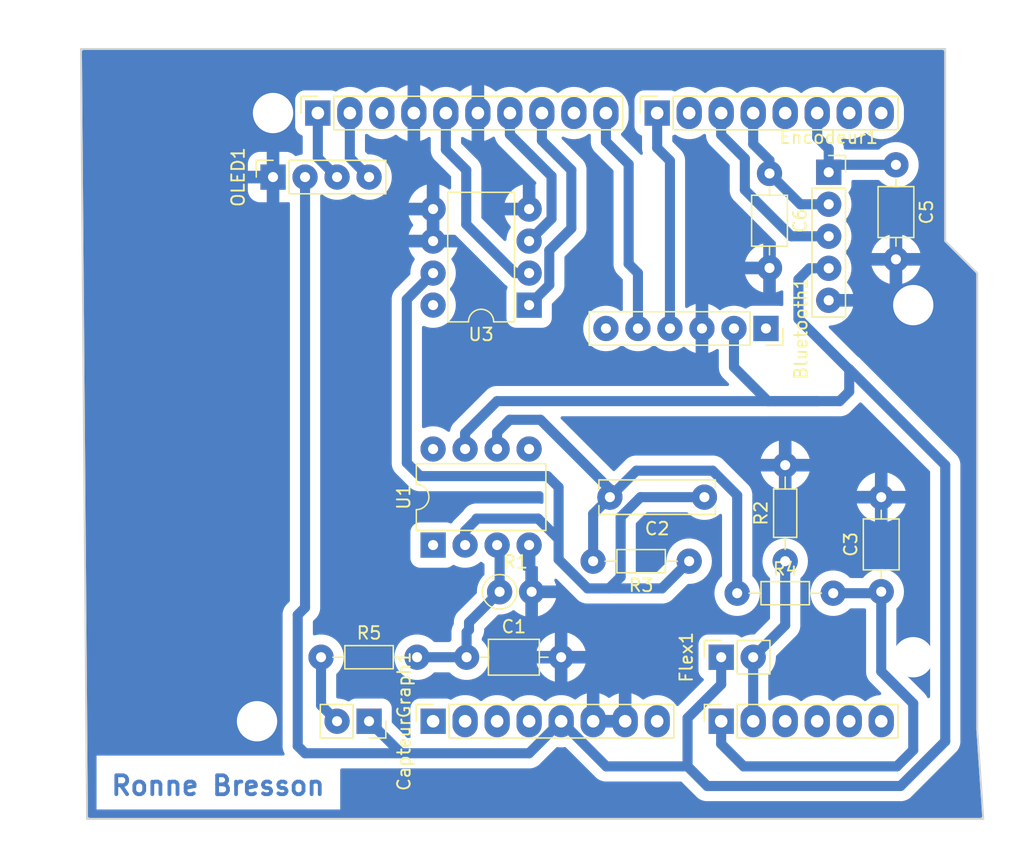
<source format=kicad_pcb>
(kicad_pcb (version 20221018) (generator pcbnew)
  (title_block (date "mar. 31 mars 2015"))
  (layers (0 "F.Cu" signal) (31 "B.Cu" signal) (34 "B.Paste" user) (35 "F.Paste" user) (36 "B.SilkS" user "B.Silkscreen") (37 "F.SilkS" user "F.Silkscreen") (38 "B.Mask" user) (39 "F.Mask" user) (44 "Edge.Cuts" user))
  (net 0 "")
  (net 1 "GND")
  (net 3 "+5V")
  (net 4 "/IOREF")
  (net 5 "Net-(U1-+IN)")
  (net 6 "/A2")
  (net 7 "/A3")
  (net 8 "Net-(U1-OUT)")
  (net 9 "ADC")
  (net 10 "SCL{slash}A5")
  (net 11 "/AREF")
  (net 12 "SDA{slash}A4")
  (net 13 "13")
  (net 14 "*11")
  (net 15 "*10")
  (net 16 "/*9")
  (net 17 "8")
  (net 18 "A1")
  (net 19 "/TX{slash}1")
  (net 20 "/*3")
  (net 21 "/RX{slash}0")
  (net 22 "+3V3")
  (net 23 "VCC")
  (net 24 "/~{RESET}")
  (net 25 "7")
  (net 26 "4")
  (net 27 "2")
  (net 28 "Isens")
  (net 29 "R2")
  (net 30 "SWITCH")
  (net 34 "/SDA")
  (net 35 "/SCL")
  (net 36 "/*6")
  (footprint "Connector_PinSocket_2.54mm:PinSocket_1x08_P2.54mm_Vertical" (layer "F.Cu") (at 127.94 97.46 90)
    (fp_text reference "J1" hide)
    (fp_text value "Power")
    (fp_line (start -1.33 1.27) (end -1.33 19.11) (stroke (width 0.12)) (layer "F.SilkS"))
    (fp_line (start -1.33 1.27) (end 1.33 1.27) (stroke (width 0.12)) (layer "F.SilkS"))
    (fp_line (start -1.33 19.11) (end 1.33 19.11) (stroke (width 0.12)) (layer "F.SilkS"))
    (fp_line (start 0 -1.33) (end 1.33 -1.33) (stroke (width 0.12)) (layer "F.SilkS"))
    (fp_line (start 1.33 -1.33) (end 1.33 0) (stroke (width 0.12)) (layer "F.SilkS"))
    (fp_line (start 1.33 1.27) (end 1.33 19.11) (stroke (width 0.12)) (layer "F.SilkS"))
    (pad "1" thru_hole rect locked (at 0 0 90) (size 2 2) (drill 1) (layers "*.Cu" "*.Mask"))
    (pad "2" thru_hole oval locked (at 0 2.54 90) (size 2.54 2) (drill 1) (layers "*.Cu" "*.Mask") (net 4 "/IOREF"))
    (pad "3" thru_hole oval locked (at 0 5.08 90) (size 2.54 2) (drill 1) (layers "*.Cu" "*.Mask") (net 24 "/~{RESET}"))
    (pad "4" thru_hole oval locked (at 0 7.62 90) (size 2.54 2) (drill 1) (layers "*.Cu" "*.Mask") (net 22 "+3V3"))
    (pad "5" thru_hole oval locked (at 0 10.16 90) (size 2.54 2) (drill 1) (layers "*.Cu" "*.Mask") (net 3 "+5V"))
    (pad "6" thru_hole oval locked (at 0 12.7 90) (size 2.54 2) (drill 1) (layers "*.Cu" "*.Mask") (net 1 "GND"))
    (pad "7" thru_hole oval locked (at 0 15.24 90) (size 2.54 2) (drill 1) (layers "*.Cu" "*.Mask") (net 1 "GND"))
    (pad "8" thru_hole oval locked (at 0 17.78 90) (size 2.54 2) (drill 1) (layers "*.Cu" "*.Mask") (net 23 "VCC"))
  )
  (footprint "Connector_PinSocket_2.54mm:PinSocket_1x06_P2.54mm_Vertical" (layer "F.Cu") (at 150.8 97.46 90)
    (fp_text reference "J3" hide)
    (fp_text value "Analog")
    (fp_line (start -1.33 1.27) (end -1.33 14.03) (stroke (width 0.12)) (layer "F.SilkS"))
    (fp_line (start -1.33 1.27) (end 1.33 1.27) (stroke (width 0.12)) (layer "F.SilkS"))
    (fp_line (start -1.33 14.03) (end 1.33 14.03) (stroke (width 0.12)) (layer "F.SilkS"))
    (fp_line (start 0 -1.33) (end 1.33 -1.33) (stroke (width 0.12)) (layer "F.SilkS"))
    (fp_line (start 1.33 -1.33) (end 1.33 0) (stroke (width 0.12)) (layer "F.SilkS"))
    (fp_line (start 1.33 1.27) (end 1.33 14.03) (stroke (width 0.12)) (layer "F.SilkS"))
    (pad "1" thru_hole rect locked (at 0 0 90) (size 2 2) (drill 1) (layers "*.Cu" "*.Mask") (net 9 "ADC"))
    (pad "2" thru_hole oval locked (at 0 2.54 90) (size 2.54 2) (drill 1) (layers "*.Cu" "*.Mask") (net 18 "A1"))
    (pad "3" thru_hole oval locked (at 0 5.08 90) (size 2.54 2) (drill 1) (layers "*.Cu" "*.Mask") (net 6 "/A2"))
    (pad "4" thru_hole oval locked (at 0 7.62 90) (size 2.54 2) (drill 1) (layers "*.Cu" "*.Mask") (net 7 "/A3"))
    (pad "5" thru_hole oval locked (at 0 10.16 90) (size 2.54 2) (drill 1) (layers "*.Cu" "*.Mask") (net 34 "/SDA"))
    (pad "6" thru_hole oval locked (at 0 12.7 90) (size 2.54 2) (drill 1) (layers "*.Cu" "*.Mask") (net 35 "/SCL"))
  )
  (footprint "Connector_PinSocket_2.54mm:PinSocket_1x10_P2.54mm_Vertical" (layer "F.Cu") (at 118.796 49.2 90)
    (fp_text reference "J2" hide)
    (fp_text value "Digital/PWM")
    (fp_line (start -1.33 1.27) (end -1.33 24.19) (stroke (width 0.12)) (layer "F.SilkS"))
    (fp_line (start -1.33 1.27) (end 1.33 1.27) (stroke (width 0.12)) (layer "F.SilkS"))
    (fp_line (start -1.33 24.19) (end 1.33 24.19) (stroke (width 0.12)) (layer "F.SilkS"))
    (fp_line (start 0 -1.33) (end 1.33 -1.33) (stroke (width 0.12)) (layer "F.SilkS"))
    (fp_line (start 1.33 -1.33) (end 1.33 0) (stroke (width 0.12)) (layer "F.SilkS"))
    (fp_line (start 1.33 1.27) (end 1.33 24.19) (stroke (width 0.12)) (layer "F.SilkS"))
    (pad "1" thru_hole rect locked (at 0 0 90) (size 2 2) (drill 1) (layers "*.Cu" "*.Mask") (net 10 "SCL{slash}A5"))
    (pad "2" thru_hole oval locked (at 0 2.54 90) (size 2.54 2) (drill 1) (layers "*.Cu" "*.Mask") (net 12 "SDA{slash}A4"))
    (pad "3" thru_hole oval locked (at 0 5.08 90) (size 2.54 2) (drill 1) (layers "*.Cu" "*.Mask") (net 11 "/AREF"))
    (pad "4" thru_hole oval locked (at 0 7.62 90) (size 2.54 2) (drill 1) (layers "*.Cu" "*.Mask") (net 1 "GND"))
    (pad "5" thru_hole oval locked (at 0 10.16 90) (size 2.54 2) (drill 1) (layers "*.Cu" "*.Mask") (net 13 "13"))
    (pad "6" thru_hole oval locked (at 0 12.7 90) (size 2.54 2) (drill 1) (layers "*.Cu" "*.Mask") (net 1 "GND"))
    (pad "7" thru_hole oval locked (at 0 15.24 90) (size 2.54 2) (drill 1) (layers "*.Cu" "*.Mask") (net 14 "*11"))
    (pad "8" thru_hole oval locked (at 0 17.78 90) (size 2.54 2) (drill 1) (layers "*.Cu" "*.Mask") (net 15 "*10"))
    (pad "9" thru_hole oval locked (at 0 20.32 90) (size 2.54 2) (drill 1) (layers "*.Cu" "*.Mask") (net 16 "/*9"))
    (pad "10" thru_hole oval locked (at 0 22.86 90) (size 2.54 2) (drill 1) (layers "*.Cu" "*.Mask") (net 17 "8"))
  )
  (footprint "Connector_PinSocket_2.54mm:PinSocket_1x08_P2.54mm_Vertical" (layer "F.Cu") (at 145.72 49.2 90)
    (fp_text reference "J4" hide)
    (fp_text value "Digital/PWM")
    (fp_line (start -1.33 1.27) (end -1.33 19.11) (stroke (width 0.12)) (layer "F.SilkS"))
    (fp_line (start -1.33 1.27) (end 1.33 1.27) (stroke (width 0.12)) (layer "F.SilkS"))
    (fp_line (start -1.33 19.11) (end 1.33 19.11) (stroke (width 0.12)) (layer "F.SilkS"))
    (fp_line (start 0 -1.33) (end 1.33 -1.33) (stroke (width 0.12)) (layer "F.SilkS"))
    (fp_line (start 1.33 -1.33) (end 1.33 0) (stroke (width 0.12)) (layer "F.SilkS"))
    (fp_line (start 1.33 1.27) (end 1.33 19.11) (stroke (width 0.12)) (layer "F.SilkS"))
    (pad "1" thru_hole rect locked (at 0 0 90) (size 2 2) (drill 1) (layers "*.Cu" "*.Mask") (net 25 "7"))
    (pad "2" thru_hole oval locked (at 0 2.54 90) (size 2.54 2) (drill 1) (layers "*.Cu" "*.Mask") (net 36 "/*6"))
    (pad "3" thru_hole oval locked (at 0 5.08 90) (size 2.54 2) (drill 1) (layers "*.Cu" "*.Mask") (net 30 "SWITCH"))
    (pad "4" thru_hole oval locked (at 0 7.62 90) (size 2.54 2) (drill 1) (layers "*.Cu" "*.Mask") (net 26 "4"))
    (pad "5" thru_hole oval locked (at 0 10.16 90) (size 2.54 2) (drill 1) (layers "*.Cu" "*.Mask") (net 20 "/*3"))
    (pad "6" thru_hole oval locked (at 0 12.7 90) (size 2.54 2) (drill 1) (layers "*.Cu" "*.Mask") (net 27 "2"))
    (pad "7" thru_hole oval locked (at 0 15.24 90) (size 2.54 2) (drill 1) (layers "*.Cu" "*.Mask") (net 19 "/TX{slash}1"))
    (pad "8" thru_hole oval locked (at 0 17.78 90) (size 2.54 2) (drill 1) (layers "*.Cu" "*.Mask") (net 21 "/RX{slash}0"))
  )
  (footprint "Resistor_THT:R_Axial_DIN0204_L3.6mm_D1.6mm_P7.62mm_Horizontal" (layer "F.Cu") (at 152.07 87.3)
    (fp_text reference "R4" (at 3.81 -1.92) (layer "F.SilkS"))
    (fp_text value "1k")
    (fp_line (start 0.94 0) (end 1.89 0) (stroke (width 0.12)) (layer "F.SilkS"))
    (fp_line (start 1.89 -0.92) (end 1.89 0.92) (stroke (width 0.12)) (layer "F.SilkS"))
    (fp_line (start 1.89 0.92) (end 5.73 0.92) (stroke (width 0.12)) (layer "F.SilkS"))
    (fp_line (start 5.73 -0.92) (end 1.89 -0.92) (stroke (width 0.12)) (layer "F.SilkS"))
    (fp_line (start 5.73 0.92) (end 5.73 -0.92) (stroke (width 0.12)) (layer "F.SilkS"))
    (fp_line (start 6.68 0) (end 5.73 0) (stroke (width 0.12)) (layer "F.SilkS"))
    (pad "1" thru_hole circle (at 0 0) (size 2 2) (drill 0.8) (layers "*.Cu" "*.Mask") (net 8 "Net-(U1-OUT)"))
    (pad "2" thru_hole oval (at 7.62 0) (size 2 2) (drill 0.8) (layers "*.Cu" "*.Mask") (net 9 "ADC"))
  )
  (footprint "Package_DIP:DIP-8_W7.62mm" (layer "F.Cu") (at 127.94 83.48 90)
    (fp_text reference "U1" (at 3.81 -2.33 90) (layer "F.SilkS"))
    (fp_text value "LTC1050CN8")
    (fp_line (start 1.16 -1.33) (end 1.16 8.95) (stroke (width 0.12)) (layer "F.SilkS"))
    (fp_line (start 1.16 8.95) (end 6.46 8.95) (stroke (width 0.12)) (layer "F.SilkS"))
    (fp_line (start 2.81 -1.33) (end 1.16 -1.33) (stroke (width 0.12)) (layer "F.SilkS"))
    (fp_line (start 6.46 -1.33) (end 4.81 -1.33) (stroke (width 0.12)) (layer "F.SilkS"))
    (fp_line (start 6.46 8.95) (end 6.46 -1.33) (stroke (width 0.12)) (layer "F.SilkS"))
    (fp_arc (start 4.81 -1.33) (mid 3.81 -0.33) (end 2.81 -1.33) (stroke (width 0.12)) (layer "F.SilkS"))
    (pad "1" thru_hole rect (at 0 0 90) (size 2 2) (drill 0.8) (layers "*.Cu" "*.Mask"))
    (pad "2" thru_hole oval (at 0 2.54 90) (size 2 2) (drill 0.8) (layers "*.Cu" "*.Mask") (net 29 "R2"))
    (pad "3" thru_hole oval (at 0 5.08 90) (size 2 2) (drill 0.8) (layers "*.Cu" "*.Mask") (net 5 "Net-(U1-+IN)"))
    (pad "4" thru_hole oval (at 0 7.62 90) (size 2 2) (drill 0.8) (layers "*.Cu" "*.Mask") (net 1 "GND"))
    (pad "5" thru_hole oval (at 7.62 7.62 90) (size 2 2) (drill 0.8) (layers "*.Cu" "*.Mask"))
    (pad "6" thru_hole oval (at 7.62 5.08 90) (size 2 2) (drill 0.8) (layers "*.Cu" "*.Mask") (net 8 "Net-(U1-OUT)"))
    (pad "7" thru_hole oval (at 7.62 2.54 90) (size 2 2) (drill 0.8) (layers "*.Cu" "*.Mask") (net 3 "+5V"))
    (pad "8" thru_hole oval (at 7.62 0 90) (size 2 2) (drill 0.8) (layers "*.Cu" "*.Mask"))
  )
  (footprint "Resistor_THT:R_Axial_DIN0204_L3.6mm_D1.6mm_P7.62mm_Horizontal" (layer "F.Cu") (at 119.05 92.38)
    (fp_text reference "R5" (at 3.81 -1.92) (layer "F.SilkS"))
    (fp_text value "10k")
    (fp_line (start 0.94 0) (end 1.89 0) (stroke (width 0.12)) (layer "F.SilkS"))
    (fp_line (start 1.89 -0.92) (end 1.89 0.92) (stroke (width 0.12)) (layer "F.SilkS"))
    (fp_line (start 1.89 0.92) (end 5.73 0.92) (stroke (width 0.12)) (layer "F.SilkS"))
    (fp_line (start 5.73 -0.92) (end 1.89 -0.92) (stroke (width 0.12)) (layer "F.SilkS"))
    (fp_line (start 5.73 0.92) (end 5.73 -0.92) (stroke (width 0.12)) (layer "F.SilkS"))
    (fp_line (start 6.68 0) (end 5.73 0) (stroke (width 0.12)) (layer "F.SilkS"))
    (pad "1" thru_hole circle (at 0 0) (size 2 2) (drill 0.8) (layers "*.Cu" "*.Mask") (net 28 "Isens"))
    (pad "2" thru_hole oval (at 7.62 0) (size 2 2) (drill 0.8) (layers "*.Cu" "*.Mask") (net 5 "Net-(U1-+IN)"))
  )
  (footprint "Resistor_THT:R_Axial_DIN0204_L3.6mm_D1.6mm_P7.62mm_Horizontal" (layer "F.Cu") (at 148.26 84.76 180)
    (fp_text reference "R3" (at 3.81 -1.92 180) (layer "F.SilkS"))
    (fp_text value "100k")
    (fp_line (start 0.94 0) (end 1.89 0) (stroke (width 0.12)) (layer "F.SilkS"))
    (fp_line (start 1.89 -0.92) (end 1.89 0.92) (stroke (width 0.12)) (layer "F.SilkS"))
    (fp_line (start 1.89 0.92) (end 5.73 0.92) (stroke (width 0.12)) (layer "F.SilkS"))
    (fp_line (start 5.73 -0.92) (end 1.89 -0.92) (stroke (width 0.12)) (layer "F.SilkS"))
    (fp_line (start 5.73 0.92) (end 5.73 -0.92) (stroke (width 0.12)) (layer "F.SilkS"))
    (fp_line (start 6.68 0) (end 5.73 0) (stroke (width 0.12)) (layer "F.SilkS"))
    (pad "1" thru_hole circle (at 0 0 180) (size 2 2) (drill 0.8) (layers "*.Cu" "*.Mask") (net 29 "R2"))
    (pad "2" thru_hole oval (at 7.62 0 180) (size 2 2) (drill 0.8) (layers "*.Cu" "*.Mask") (net 8 "Net-(U1-OUT)"))
  )
  (footprint "Connector_PinSocket_2.54mm:PinSocket_1x02_P2.54mm_Vertical" (layer "F.Cu") (at 122.86 97.46 -90)
    (fp_text reference "CapteurGraph1" (at 0 -2.77 -270) (layer "F.SilkS"))
    (fp_text value "~")
    (fp_line (start -1.33 1.27) (end -1.33 3.87) (stroke (width 0.12)) (layer "F.SilkS"))
    (fp_line (start -1.33 1.27) (end 1.33 1.27) (stroke (width 0.12)) (layer "F.SilkS"))
    (fp_line (start -1.33 3.87) (end 1.33 3.87) (stroke (width 0.12)) (layer "F.SilkS"))
    (fp_line (start 0 -1.33) (end 1.33 -1.33) (stroke (width 0.12)) (layer "F.SilkS"))
    (fp_line (start 1.33 -1.33) (end 1.33 0) (stroke (width 0.12)) (layer "F.SilkS"))
    (fp_line (start 1.33 1.27) (end 1.33 3.87) (stroke (width 0.12)) (layer "F.SilkS"))
    (pad "1" thru_hole rect (at 0 0 270) (size 2 2) (drill 0.8) (layers "*.Cu" "*.Mask") (net 3 "+5V"))
    (pad "2" thru_hole oval (at 0 2.54 270) (size 2 2) (drill 0.8) (layers "*.Cu" "*.Mask") (net 28 "Isens"))
  )
  (footprint "Resistor_THT:R_Axial_DIN0204_L3.6mm_D1.6mm_P7.62mm_Horizontal" (layer "F.Cu") (at 155.88 84.76 90)
    (fp_text reference "R2" (at 3.81 -1.92 90) (layer "F.SilkS"))
    (fp_text value "25k")
    (fp_line (start 0.94 0) (end 1.89 0) (stroke (width 0.12)) (layer "F.SilkS"))
    (fp_line (start 1.89 -0.92) (end 1.89 0.92) (stroke (width 0.12)) (layer "F.SilkS"))
    (fp_line (start 1.89 0.92) (end 5.73 0.92) (stroke (width 0.12)) (layer "F.SilkS"))
    (fp_line (start 5.73 -0.92) (end 1.89 -0.92) (stroke (width 0.12)) (layer "F.SilkS"))
    (fp_line (start 5.73 0.92) (end 5.73 -0.92) (stroke (width 0.12)) (layer "F.SilkS"))
    (fp_line (start 6.68 0) (end 5.73 0) (stroke (width 0.12)) (layer "F.SilkS"))
    (pad "1" thru_hole circle (at 0 0 90) (size 2 2) (drill 0.8) (layers "*.Cu" "*.Mask") (net 18 "A1"))
    (pad "2" thru_hole oval (at 7.62 0 90) (size 2 2) (drill 0.8) (layers "*.Cu" "*.Mask") (net 1 "GND"))
  )
  (footprint "Connector_PinSocket_2.54mm:PinSocket_1x04_P2.54mm_Vertical" (layer "F.Cu") (at 115.24 54.28 90)
    (fp_text reference "OLED1" (at 0 -2.77 90) (layer "F.SilkS"))
    (fp_text value "~")
    (fp_line (start -1.33 1.27) (end -1.33 8.95) (stroke (width 0.12)) (layer "F.SilkS"))
    (fp_line (start -1.33 1.27) (end 1.33 1.27) (stroke (width 0.12)) (layer "F.SilkS"))
    (fp_line (start -1.33 8.95) (end 1.33 8.95) (stroke (width 0.12)) (layer "F.SilkS"))
    (fp_line (start 0 -1.33) (end 1.33 -1.33) (stroke (width 0.12)) (layer "F.SilkS"))
    (fp_line (start 1.33 -1.33) (end 1.33 0) (stroke (width 0.12)) (layer "F.SilkS"))
    (fp_line (start 1.33 1.27) (end 1.33 8.95) (stroke (width 0.12)) (layer "F.SilkS"))
    (pad "1" thru_hole rect (at 0 0 90) (size 2 2) (drill 0.8) (layers "*.Cu" "*.Mask") (net 1 "GND"))
    (pad "2" thru_hole oval (at 0 2.54 90) (size 2 2) (drill 0.8) (layers "*.Cu" "*.Mask") (net 3 "+5V"))
    (pad "3" thru_hole oval (at 0 5.08 90) (size 2 2) (drill 0.8) (layers "*.Cu" "*.Mask") (net 10 "SCL{slash}A5"))
    (pad "4" thru_hole oval (at 0 7.62 90) (size 2 2) (drill 0.8) (layers "*.Cu" "*.Mask") (net 12 "SDA{slash}A4"))
  )
  (footprint "Resistor_THT:R_Axial_DIN0207_L6.3mm_D2.5mm_P2.54mm_Vertical" (layer "F.Cu") (at 133.22 87.19)
    (fp_text reference "R1" (at 1.27 -2.37) (layer "F.SilkS"))
    (fp_text value "100k")
    (fp_line (start 1.37 0) (end 1.44 0) (stroke (width 0.12)) (layer "F.SilkS"))
    (fp_circle (center 0 0) (end 1.37 0) (stroke (width 0.12)) (fill none) (layer "F.SilkS"))
    (pad "1" thru_hole circle (at 0 0) (size 2 2) (drill 0.8) (layers "*.Cu" "*.Mask") (net 5 "Net-(U1-+IN)"))
    (pad "2" thru_hole oval (at 2.54 0) (size 2 2) (drill 0.8) (layers "*.Cu" "*.Mask") (net 1 "GND"))
  )
  (footprint "Arduino_MountingHole:MountingHole_3.2mm" (layer "F.Cu") (at 115.24 49.2)
    (fp_text reference "MH1" hide)
    (fp_text value "MountingHole_3.2mm" hide)
    (pad "" np_thru_hole circle locked (at 0 0) (size 3.2 3.2) (drill 3.2) (layers "*.Cu" "*.Mask"))
  )
  (footprint "Connector_PinSocket_2.54mm:PinSocket_1x06_P2.54mm_Vertical" (layer "F.Cu") (at 154.356 66.2942 -90)
    (fp_text reference "Bluetooth1" (at 0 -2.77 90) (layer "F.SilkS"))
    (fp_text value "~")
    (fp_line (start -1.33 1.27) (end -1.33 14.03) (stroke (width 0.12)) (layer "F.SilkS"))
    (fp_line (start -1.33 1.27) (end 1.33 1.27) (stroke (width 0.12)) (layer "F.SilkS"))
    (fp_line (start -1.33 14.03) (end 1.33 14.03) (stroke (width 0.12)) (layer "F.SilkS"))
    (fp_line (start 0 -1.33) (end 1.33 -1.33) (stroke (width 0.12)) (layer "F.SilkS"))
    (fp_line (start 1.33 -1.33) (end 1.33 0) (stroke (width 0.12)) (layer "F.SilkS"))
    (fp_line (start 1.33 1.27) (end 1.33 14.03) (stroke (width 0.12)) (layer "F.SilkS"))
    (pad "1" thru_hole rect (at 0 0 270) (size 2 2) (drill 0.8) (layers "*.Cu" "*.Mask"))
    (pad "2" thru_hole oval (at 0 2.54 270) (size 2 2) (drill 0.8) (layers "*.Cu" "*.Mask") (net 3 "+5V"))
    (pad "3" thru_hole oval (at 0 5.08 270) (size 2 2) (drill 0.8) (layers "*.Cu" "*.Mask") (net 1 "GND"))
    (pad "4" thru_hole oval (at 0 7.62 270) (size 2 2) (drill 0.8) (layers "*.Cu" "*.Mask") (net 25 "7"))
    (pad "5" thru_hole oval (at 0 10.16 270) (size 2 2) (drill 0.8) (layers "*.Cu" "*.Mask") (net 17 "8"))
    (pad "6" thru_hole oval (at 0 12.7 270) (size 2 2) (drill 0.8) (layers "*.Cu" "*.Mask"))
  )
  (footprint "Capacitor_THT:C_Axial_L3.8mm_D2.6mm_P7.50mm_Horizontal" (layer "F.Cu") (at 164.6684 53.3078 -90)
    (fp_text reference "C5" (at 3.75 -2.42 90) (layer "F.SilkS"))
    (fp_text value "100n")
    (fp_line (start 1.04 0) (end 1.73 0) (stroke (width 0.12)) (layer "F.SilkS"))
    (fp_line (start 1.73 -1.42) (end 1.73 1.42) (stroke (width 0.12)) (layer "F.SilkS"))
    (fp_line (start 1.73 1.42) (end 5.77 1.42) (stroke (width 0.12)) (layer "F.SilkS"))
    (fp_line (start 5.77 -1.42) (end 1.73 -1.42) (stroke (width 0.12)) (layer "F.SilkS"))
    (fp_line (start 5.77 1.42) (end 5.77 -1.42) (stroke (width 0.12)) (layer "F.SilkS"))
    (fp_line (start 6.46 0) (end 5.77 0) (stroke (width 0.12)) (layer "F.SilkS"))
    (pad "1" thru_hole circle (at 0 0 270) (size 2 2) (drill 0.8) (layers "*.Cu" "*.Mask") (net 27 "2"))
    (pad "2" thru_hole oval (at 7.5 0 270) (size 2 2) (drill 0.8) (layers "*.Cu" "*.Mask") (net 1 "GND"))
  )
  (footprint "Capacitor_THT:C_Rect_L9.0mm_W2.5mm_P7.50mm_MKT" (layer "F.Cu") (at 149.47 79.68 180)
    (fp_text reference "C2" (at 3.75 -2.5) (layer "F.SilkS"))
    (fp_text value "1u")
    (fp_line (start -0.87 -1.37) (end -0.87 -0.665) (stroke (width 0.12)) (layer "F.SilkS"))
    (fp_line (start -0.87 -1.37) (end 8.37 -1.37) (stroke (width 0.12)) (layer "F.SilkS"))
    (fp_line (start -0.87 0.665) (end -0.87 1.37) (stroke (width 0.12)) (layer "F.SilkS"))
    (fp_line (start -0.87 1.37) (end 8.37 1.37) (stroke (width 0.12)) (layer "F.SilkS"))
    (fp_line (start 8.37 -1.37) (end 8.37 -0.665) (stroke (width 0.12)) (layer "F.SilkS"))
    (fp_line (start 8.37 0.665) (end 8.37 1.37) (stroke (width 0.12)) (layer "F.SilkS"))
    (pad "1" thru_hole circle (at 0 0 180) (size 2 2) (drill 0.8) (layers "*.Cu" "*.Mask") (net 29 "R2"))
    (pad "2" thru_hole circle (at 7.5 0 180) (size 2 2) (drill 0.8) (layers "*.Cu" "*.Mask") (net 8 "Net-(U1-OUT)"))
  )
  (footprint "Package_DIP:DIP-8_W7.62mm" (layer "F.Cu") (at 135.56 64.44 180)
    (fp_text reference "U3" (at 3.81 -2.33) (layer "F.SilkS"))
    (fp_text value "MCP41050")
    (fp_line (start 1.16 -1.33) (end 1.16 8.95) (stroke (width 0.12)) (layer "F.SilkS"))
    (fp_line (start 1.16 8.95) (end 6.46 8.95) (stroke (width 0.12)) (layer "F.SilkS"))
    (fp_line (start 2.81 -1.33) (end 1.16 -1.33) (stroke (width 0.12)) (layer "F.SilkS"))
    (fp_line (start 6.46 -1.33) (end 4.81 -1.33) (stroke (width 0.12)) (layer "F.SilkS"))
    (fp_line (start 6.46 8.95) (end 6.46 -1.33) (stroke (width 0.12)) (layer "F.SilkS"))
    (fp_arc (start 4.81 -1.33) (mid 3.81 -0.33) (end 2.81 -1.33) (stroke (width 0.12)) (layer "F.SilkS"))
    (pad "1" thru_hole rect (at 0 0 180) (size 2 2) (drill 0.8) (layers "*.Cu" "*.Mask") (net 15 "*10"))
    (pad "2" thru_hole oval (at 0 2.54 180) (size 2 2) (drill 0.8) (layers "*.Cu" "*.Mask") (net 13 "13"))
    (pad "3" thru_hole oval (at 0 5.08 180) (size 2 2) (drill 0.8) (layers "*.Cu" "*.Mask") (net 14 "*11"))
    (pad "4" thru_hole oval (at 0 7.62 180) (size 2 2) (drill 0.8) (layers "*.Cu" "*.Mask") (net 1 "GND"))
    (pad "5" thru_hole oval (at 7.62 7.62 180) (size 2 2) (drill 0.8) (layers "*.Cu" "*.Mask") (net 1 "GND"))
    (pad "6" thru_hole oval (at 7.62 5.08 180) (size 2 2) (drill 0.8) (layers "*.Cu" "*.Mask") (net 1 "GND"))
    (pad "7" thru_hole oval (at 7.62 2.54 180) (size 2 2) (drill 0.8) (layers "*.Cu" "*.Mask") (net 29 "R2"))
    (pad "8" thru_hole oval (at 7.62 0 180) (size 2 2) (drill 0.8) (layers "*.Cu" "*.Mask"))
  )
  (footprint "Capacitor_THT:C_Axial_L3.8mm_D2.6mm_P7.50mm_Horizontal" (layer "F.Cu") (at 154.6354 53.9936 -90)
    (fp_text reference "C6" (at 3.75 -2.42 90) (layer "F.SilkS"))
    (fp_text value "100n")
    (fp_line (start 1.04 0) (end 1.73 0) (stroke (width 0.12)) (layer "F.SilkS"))
    (fp_line (start 1.73 -1.42) (end 1.73 1.42) (stroke (width 0.12)) (layer "F.SilkS"))
    (fp_line (start 1.73 1.42) (end 5.77 1.42) (stroke (width 0.12)) (layer "F.SilkS"))
    (fp_line (start 5.77 -1.42) (end 1.73 -1.42) (stroke (width 0.12)) (layer "F.SilkS"))
    (fp_line (start 5.77 1.42) (end 5.77 -1.42) (stroke (width 0.12)) (layer "F.SilkS"))
    (fp_line (start 6.46 0) (end 5.77 0) (stroke (width 0.12)) (layer "F.SilkS"))
    (pad "1" thru_hole circle (at 0 0 270) (size 2 2) (drill 0.8) (layers "*.Cu" "*.Mask") (net 26 "4"))
    (pad "2" thru_hole oval (at 7.5 0 270) (size 2 2) (drill 0.8) (layers "*.Cu" "*.Mask") (net 1 "GND"))
  )
  (footprint "Connector_PinSocket_2.54mm:PinSocket_1x02_P2.54mm_Vertical" (layer "F.Cu") (at 150.8 92.38 90)
    (fp_text reference "Flex1" (at 0 -2.77 90) (layer "F.SilkS"))
    (fp_text value "~")
    (fp_line (start -1.33 1.27) (end -1.33 3.87) (stroke (width 0.12)) (layer "F.SilkS"))
    (fp_line (start -1.33 1.27) (end 1.33 1.27) (stroke (width 0.12)) (layer "F.SilkS"))
    (fp_line (start -1.33 3.87) (end 1.33 3.87) (stroke (width 0.12)) (layer "F.SilkS"))
    (fp_line (start 0 -1.33) (end 1.33 -1.33) (stroke (width 0.12)) (layer "F.SilkS"))
    (fp_line (start 1.33 -1.33) (end 1.33 0) (stroke (width 0.12)) (layer "F.SilkS"))
    (fp_line (start 1.33 1.27) (end 1.33 3.87) (stroke (width 0.12)) (layer "F.SilkS"))
    (pad "1" thru_hole rect (at 0 0 90) (size 2 2) (drill 0.8) (layers "*.Cu" "*.Mask") (net 3 "+5V"))
    (pad "2" thru_hole oval (at 0 2.54 90) (size 2 2) (drill 0.8) (layers "*.Cu" "*.Mask") (net 18 "A1"))
  )
  (footprint "Connector_PinSocket_2.54mm:PinSocket_1x05_P2.54mm_Vertical" (layer "F.Cu") (at 159.3344 53.899)
    (fp_text reference "Encodeur1" (at 0 -2.77) (layer "F.SilkS"))
    (fp_text value "~")
    (fp_line (start -1.33 1.27) (end -1.33 11.49) (stroke (width 0.12)) (layer "F.SilkS"))
    (fp_line (start -1.33 1.27) (end 1.33 1.27) (stroke (width 0.12)) (layer "F.SilkS"))
    (fp_line (start -1.33 11.49) (end 1.33 11.49) (stroke (width 0.12)) (layer "F.SilkS"))
    (fp_line (start 0 -1.33) (end 1.33 -1.33) (stroke (width 0.12)) (layer "F.SilkS"))
    (fp_line (start 1.33 -1.33) (end 1.33 0) (stroke (width 0.12)) (layer "F.SilkS"))
    (fp_line (start 1.33 1.27) (end 1.33 11.49) (stroke (width 0.12)) (layer "F.SilkS"))
    (pad "1" thru_hole rect (at 0 0) (size 2 2) (drill 0.8) (layers "*.Cu" "*.Mask") (net 27 "2"))
    (pad "2" thru_hole oval (at 0 2.54) (size 2 2) (drill 0.8) (layers "*.Cu" "*.Mask") (net 26 "4"))
    (pad "3" thru_hole oval (at 0 5.08) (size 2 2) (drill 0.8) (layers "*.Cu" "*.Mask") (net 30 "SWITCH"))
    (pad "4" thru_hole oval (at 0 7.62) (size 2 2) (drill 0.8) (layers "*.Cu" "*.Mask") (net 3 "+5V"))
    (pad "5" thru_hole oval (at 0 10.16) (size 2 2) (drill 0.8) (layers "*.Cu" "*.Mask") (net 1 "GND"))
  )
  (footprint "Capacitor_THT:C_Axial_L3.8mm_D2.6mm_P7.50mm_Horizontal" (layer "F.Cu") (at 163.5 87.18 90)
    (fp_text reference "C3" (at 3.75 -2.42 90) (layer "F.SilkS"))
    (fp_text value "100n")
    (fp_line (start 1.04 0) (end 1.73 0) (stroke (width 0.12)) (layer "F.SilkS"))
    (fp_line (start 1.73 -1.42) (end 1.73 1.42) (stroke (width 0.12)) (layer "F.SilkS"))
    (fp_line (start 1.73 1.42) (end 5.77 1.42) (stroke (width 0.12)) (layer "F.SilkS"))
    (fp_line (start 5.77 -1.42) (end 1.73 -1.42) (stroke (width 0.12)) (layer "F.SilkS"))
    (fp_line (start 5.77 1.42) (end 5.77 -1.42) (stroke (width 0.12)) (layer "F.SilkS"))
    (fp_line (start 6.46 0) (end 5.77 0) (stroke (width 0.12)) (layer "F.SilkS"))
    (pad "1" thru_hole circle (at 0 0 90) (size 2 2) (drill 0.8) (layers "*.Cu" "*.Mask") (net 9 "ADC"))
    (pad "2" thru_hole oval (at 7.5 0 90) (size 2 2) (drill 0.8) (layers "*.Cu" "*.Mask") (net 1 "GND"))
  )
  (footprint "Capacitor_THT:C_Axial_L3.8mm_D2.6mm_P7.50mm_Horizontal" (layer "F.Cu") (at 130.6 92.38)
    (fp_text reference "C1" (at 3.75 -2.42) (layer "F.SilkS"))
    (fp_text value "100n")
    (fp_line (start 1.04 0) (end 1.73 0) (stroke (width 0.12)) (layer "F.SilkS"))
    (fp_line (start 1.73 -1.42) (end 1.73 1.42) (stroke (width 0.12)) (layer "F.SilkS"))
    (fp_line (start 1.73 1.42) (end 5.77 1.42) (stroke (width 0.12)) (layer "F.SilkS"))
    (fp_line (start 5.77 -1.42) (end 1.73 -1.42) (stroke (width 0.12)) (layer "F.SilkS"))
    (fp_line (start 5.77 1.42) (end 5.77 -1.42) (stroke (width 0.12)) (layer "F.SilkS"))
    (fp_line (start 6.46 0) (end 5.77 0) (stroke (width 0.12)) (layer "F.SilkS"))
    (pad "1" thru_hole circle (at 0 0) (size 2 2) (drill 0.8) (layers "*.Cu" "*.Mask") (net 5 "Net-(U1-+IN)"))
    (pad "2" thru_hole oval (at 7.5 0) (size 2 2) (drill 0.8) (layers "*.Cu" "*.Mask") (net 1 "GND"))
  )
  (footprint "Arduino_MountingHole:MountingHole_3.2mm" (layer "F.Cu") (at 113.97 97.46)
    (fp_text reference "MH2" hide)
    (fp_text value "MountingHole_3.2mm" hide)
    (pad "" np_thru_hole circle locked (at 0 0) (size 3.2 3.2) (drill 3.2) (layers "*.Cu" "*.Mask"))
  )
  (footprint "Arduino_MountingHole:MountingHole_3.2mm" (layer "F.Cu") (at 166.04 64.44)
    (fp_text reference "MH3" hide)
    (fp_text value "MountingHole_3.2mm" hide)
    (pad "" np_thru_hole circle locked (at 0 0) (size 3.2 3.2) (drill 3.2) (layers "*.Cu" "*.Mask"))
  )
  (footprint "Arduino_MountingHole:MountingHole_3.2mm" (layer "F.Cu") (at 166.04 92.38)
    (fp_text reference "MH4" hide)
    (fp_text value "MountingHole_3.2mm" hide)
    (pad "" np_thru_hole circle locked (at 0 0) (size 3.2 3.2) (drill 3.2) (layers "*.Cu" "*.Mask"))
  )
  (gr_line (start 168.58 59.36) (end 171.12 61.9) (stroke (width 0.15)) (layer "Edge.Cuts"))
  (gr_line (start 100.48 105.21) (end 100 44.12) (stroke (width 0.15)) (layer "Edge.Cuts"))
  (gr_line (start 171.12 61.9) (end 171.12 98.095) (stroke (width 0.15)) (layer "Edge.Cuts"))
  (gr_line (start 171.6 105.21) (end 100.48 105.21) (stroke (width 0.15)) (layer "Edge.Cuts"))
  (gr_line (start 100 44.12) (end 168.58 44.12) (stroke (width 0.15)) (layer "Edge.Cuts"))
  (gr_line (start 168.58 44.12) (end 168.58 49.2) (stroke (width 0.15)) (layer "Edge.Cuts"))
  (gr_line (start 168.58 49.2) (end 168.58 59.36) (stroke (width 0.15)) (layer "Edge.Cuts"))
  (gr_line (start 171.12 98.095) (end 171.6 105.21) (stroke (width 0.15)) (layer "Edge.Cuts"))
  (gr_text "Ronne Bresson" (at 102.25 103.45) (layer "B.Cu") (effects (font (size 1.5 1.5) (thickness 0.3) bold) (justify left bottom)))
  (segment (start 165.032014 102.6) (end 168.58 99.052014) (width 0.8) (layer "B.Cu") (net 3))
  (segment (start 158.42 72.06) (end 160.2 72.06) (width 0.8) (layer "B.Cu") (net 3))
  (segment (start 125.4 100) (end 135.56 100) (width 0.8) (layer "B.Cu") (net 3))
  (segment (start 138.1 97.46) (end 135.56 100) (width 0.8) (layer "B.Cu") (net 3))
  (segment (start 148.133 101.0414) (end 149.6916 102.6) (width 0.8) (layer "B.Cu") (net 3))
  (segment (start 168.58 99.052014) (end 168.58 77.14) (width 0.8) (layer "B.Cu") (net 3))
  (segment (start 159.3344 61.519) (end 157.811 61.519) (width 0.8) (layer "B.Cu") (net 3))
  (segment (start 150.8 92.38) (end 150.8 94.539) (width 0.8) (layer "B.Cu") (net 3))
  (segment (start 148.133 97.206) (end 148.133 101.0414) (width 0.8) (layer "B.Cu") (net 3))
  (segment (start 138.1 97.46) (end 141.6814 101.0414) (width 0.8) (layer "B.Cu") (net 3))
  (segment (start 168.58 77.14) (end 160.96 69.52) (width 0.8) (layer "B.Cu") (net 3))
  (segment (start 149.6916 102.6) (end 165.032014 102.6) (width 0.8) (layer "B.Cu") (net 3))
  (segment (start 150.8 94.539) (end 148.133 97.206) (width 0.8) (layer "B.Cu") (net 3))
  (segment (start 151.816 69.3676) (end 154.5084 72.06) (width 0.8) (layer "B.Cu") (net 3))
  (segment (start 117.78 100) (end 125.4 100) (width 0.8) (layer "B.Cu") (net 3))
  (segment (start 160.2 72.06) (end 160.96 71.3) (width 0.8) (layer "B.Cu") (net 3))
  (segment (start 117.2 99.42) (end 117.78 100) (width 0.8) (layer "B.Cu") (net 3))
  (segment (start 156.93 62.4) (end 156.93 65.53) (width 0.8) (layer "B.Cu") (net 3))
  (segment (start 155.0926 72.06) (end 158.42 72.06) (width 0.8) (layer "B.Cu") (net 3))
  (segment (start 141.6814 101.0414) (end 148.133 101.0414) (width 0.8) (layer "B.Cu") (net 3))
  (segment (start 117.78 88.44) (end 117.2 89.02) (width 0.8) (layer "B.Cu") (net 3))
  (segment (start 117.2 89.02) (end 117.2 99.42) (width 0.8) (layer "B.Cu") (net 3))
  (segment (start 151.816 66.2942) (end 151.816 69.3676) (width 0.8) (layer "B.Cu") (net 3))
  (segment (start 156.93 65.53) (end 160.92 69.52) (width 0.8) (layer "B.Cu") (net 3))
  (segment (start 133.02 72.06) (end 155.0926 72.06) (width 0.8) (layer "B.Cu") (net 3))
  (segment (start 160.96 71.3) (end 160.96 69.52) (width 0.8) (layer "B.Cu") (net 3))
  (segment (start 160.92 69.52) (end 160.96 69.52) (width 0.8) (layer "B.Cu") (net 3))
  (segment (start 154.5084 72.06) (end 158.42 72.06) (width 0.8) (layer "B.Cu") (net 3))
  (segment (start 117.78 54.28) (end 117.78 88.44) (width 0.8) (layer "B.Cu") (net 3))
  (segment (start 130.48 74.6) (end 133.02 72.06) (width 0.8) (layer "B.Cu") (net 3))
  (segment (start 122.86 97.46) (end 125.4 100) (width 0.8) (layer "B.Cu") (net 3))
  (segment (start 130.48 75.86) (end 130.48 74.6) (width 0.8) (layer "B.Cu") (net 3))
  (segment (start 157.811 61.519) (end 156.93 62.4) (width 0.8) (layer "B.Cu") (net 3))
  (segment (start 133.22 83.68) (end 133.02 83.48) (width 0.8) (layer "B.Cu") (net 5))
  (segment (start 133.22 87.19) (end 133.22 83.68) (width 0.8) (layer "B.Cu") (net 5))
  (segment (start 126.67 92.38) (end 130.6 92.38) (width 0.8) (layer "B.Cu") (net 5))
  (segment (start 130.79 90.21) (end 130.6 90.4) (width 0.8) (layer "B.Cu") (net 5))
  (segment (start 133.22 87.19) (end 130.79 89.62) (width 0.8) (layer "B.Cu") (net 5))
  (segment (start 130.6 90.4) (end 130.6 92.38) (width 0.8) (layer "B.Cu") (net 5))
  (segment (start 130.79 89.62) (end 130.79 90.21) (width 0.8) (layer "B.Cu") (net 5))
  (segment (start 134.01 73.54) (end 136.46 73.54) (width 0.8) (layer "B.Cu") (net 8))
  (segment (start 152.07 79.53) (end 150.12 77.58) (width 0.8) (layer "B.Cu") (net 8))
  (segment (start 133.02 75.86) (end 133.02 74.53) (width 0.8) (layer "B.Cu") (net 8))
  (segment (start 152.07 87.3) (end 152.07 79.53) (width 0.8) (layer "B.Cu") (net 8))
  (segment (start 140.64 81.01) (end 141.97 79.68) (width 0.8) (layer "B.Cu") (net 8))
  (segment (start 133.02 74.53) (end 134.01 73.54) (width 0.8) (layer "B.Cu") (net 8))
  (segment (start 150.12 77.58) (end 144.07 77.58) (width 0.8) (layer "B.Cu") (net 8))
  (segment (start 141.97 79.05) (end 141.97 79.68) (width 0.8) (layer "B.Cu") (net 8))
  (segment (start 140.64 84.76) (end 140.64 81.01) (width 0.8) (layer "B.Cu") (net 8))
  (segment (start 136.46 73.54) (end 141.97 79.05) (width 0.8) (layer "B.Cu") (net 8))
  (segment (start 144.07 77.58) (end 141.97 79.68) (width 0.8) (layer "B.Cu") (net 8))
  (segment (start 166.04 99.746) (end 164.746 101.04) (width 0.8) (layer "B.Cu") (net 9))
  (segment (start 163.5 93.51137) (end 166.04 96.05137) (width 0.8) (layer "B.Cu") (net 9))
  (segment (start 166.04 96.05137) (end 166.04 99.746) (width 0.8) (layer "B.Cu") (net 9))
  (segment (start 152.58 101.04) (end 150.8 99.26) (width 0.8) (layer "B.Cu") (net 9))
  (segment (start 163.5 87.18) (end 163.5 93.51137) (width 0.8) (layer "B.Cu") (net 9))
  (segment (start 164.746 101.04) (end 152.58 101.04) (width 0.8) (layer "B.Cu") (net 9))
  (segment (start 150.8 99.26) (end 150.8 97.46) (width 0.8) (layer "B.Cu") (net 9))
  (segment (start 163.38 87.3) (end 163.5 87.18) (width 0.8) (layer "B.Cu") (net 9))
  (segment (start 159.69 87.3) (end 163.38 87.3) (width 0.8) (layer "B.Cu") (net 9))
  (segment (start 118.796 49.2) (end 118.796 52.756) (width 0.8) (layer "B.Cu") (net 10))
  (segment (start 118.796 52.756) (end 120.32 54.28) (width 0.8) (layer "B.Cu") (net 10))
  (segment (start 121.336 52.756) (end 122.86 54.28) (width 0.8) (layer "B.Cu") (net 12))
  (segment (start 121.336 49.2) (end 121.336 52.756) (width 0.8) (layer "B.Cu") (net 12))
  (segment (start 128.956 52.106) (end 128.956 49.2) (width 0.8) (layer "B.Cu") (net 13))
  (segment (start 130.57 53.72) (end 128.956 52.106) (width 0.8) (layer "B.Cu") (net 13))
  (segment (start 134.44 61.9) (end 130.57 58.03) (width 0.8) (layer "B.Cu") (net 13))
  (segment (start 135.56 61.9) (end 134.44 61.9) (width 0.8) (layer "B.Cu") (net 13))
  (segment (start 130.57 58.03) (end 130.57 53.72) (width 0.8) (layer "B.Cu") (net 13))
  (segment (start 137.34 57.58) (end 137.34 54.2058) (width 0.8) (layer "B.Cu") (net 14))
  (segment (start 135.56 59.36) (end 137.34 57.58) (width 0.8) (layer "B.Cu") (net 14))
  (segment (start 134.036 50.9018) (end 134.036 49.2) (width 0.8) (layer "B.Cu") (net 14))
  (segment (start 137.34 54.2058) (end 134.036 50.9018) (width 0.8) (layer "B.Cu") (net 14))
  (segment (start 137.1602 60.0966) (end 137.1602 62.8398) (width 0.8) (layer "B.Cu") (net 15))
  (segment (start 137.1602 62.8398) (end 135.56 64.44) (width 0.8) (layer "B.Cu") (net 15))
  (segment (start 136.576 51.3844) (end 138.91 53.7184) (width 0.8) (layer "B.Cu") (net 15))
  (segment (start 136.576 49.2) (end 136.576 51.3844) (width 0.8) (layer "B.Cu") (net 15))
  (segment (start 138.91 58.3468) (end 137.1602 60.0966) (width 0.8) (layer "B.Cu") (net 15))
  (segment (start 138.91 53.7184) (end 138.91 58.3468) (width 0.8) (layer "B.Cu") (net 15))
  (segment (start 141.656 49.2) (end 141.656 51.4606) (width 0.8) (layer "B.Cu") (net 17))
  (segment (start 141.656 51.4606) (end 143.4594 53.264) (width 0.8) (layer "B.Cu") (net 17))
  (segment (start 143.4594 53.264) (end 143.4594 61.1634) (width 0.8) (layer "B.Cu") (net 17))
  (segment (start 143.4594 61.1634) (end 144.196 61.9) (width 0.8) (layer "B.Cu") (net 17))
  (segment (start 144.196 61.9) (end 144.196 66.2942) (width 0.8) (layer "B.Cu") (net 17))
  (segment (start 153.34 97.46) (end 153.34 92.38) (width 0.8) (layer "B.Cu") (net 18))
  (segment (start 155.88 89.84) (end 153.34 92.38) (width 0.8) (layer "B.Cu") (net 18))
  (segment (start 155.88 84.76) (end 155.88 89.84) (width 0.8) (layer "B.Cu") (net 18))
  (segment (start 145.72 51.9686) (end 145.72 49.2) (width 0.8) (layer "B.Cu") (net 25))
  (segment (start 146.736 52.9846) (end 145.72 51.9686) (width 0.8) (layer "B.Cu") (net 25))
  (segment (start 146.736 66.2942) (end 146.736 52.9846) (width 0.8) (layer "B.Cu") (net 25))
  (segment (start 154.6354 53.9936) (end 154.6354 52.9592) (width 0.8) (layer "B.Cu") (net 26))
  (segment (start 153.34 51.6638) (end 153.34 49.2) (width 0.8) (layer "B.Cu") (net 26))
  (segment (start 154.6354 52.9592) (end 153.34 51.6638) (width 0.8) (layer "B.Cu") (net 26))
  (segment (start 159.3344 56.439) (end 157.0808 56.439) (width 0.8) (layer "B.Cu") (net 26))
  (segment (start 157.0808 56.439) (end 154.6354 53.9936) (width 0.8) (layer "B.Cu") (net 26))
  (segment (start 159.9256 53.3078) (end 159.3344 53.899) (width 0.8) (layer "B.Cu") (net 27))
  (segment (start 164.6684 53.3078) (end 159.9256 53.3078) (width 0.8) (layer "B.Cu") (net 27))
  (segment (start 159.3344 52.0448) (end 158.42 51.1304) (width 0.8) (layer "B.Cu") (net 27))
  (segment (start 159.3344 53.899) (end 159.3344 52.0448) (width 0.8) (layer "B.Cu") (net 27))
  (segment (start 158.42 51.1304) (end 158.42 49.2) (width 0.8) (layer "B.Cu") (net 27))
  (segment (start 119.05 92.38) (end 119.05 96.19) (width 0.8) (layer "B.Cu") (net 28))
  (segment (start 119.05 96.19) (end 120.32 97.46) (width 0.8) (layer "B.Cu") (net 28))
  (segment (start 137.7952 82.9058) (end 136.2712 81.3818) (width 0.8) (layer "B.Cu") (net 29))
  (segment (start 125.8572 63.9828) (end 125.8572 76.9572) (width 0.8) (layer "B.Cu") (net 29))
  (segment (start 141.91 86.919) (end 146.101 86.919) (width 0.8) (layer "B.Cu") (net 29))
  (segment (start 146.101 86.919) (end 148.26 84.76) (width 0.8) (layer "B.Cu") (net 29))
  (segment (start 142.8244 81.2548) (end 144.3992 79.68) (width 0.8) (layer "B.Cu") (net 29))
  (segment (start 140.199 86.919) (end 141.91 86.919) (width 0.8) (layer "B.Cu") (net 29))
  (segment (start 144.3992 79.68) (end 149.47 79.68) (width 0.8) (layer "B.Cu") (net 29))
  (segment (start 137.9 84.62) (end 140.199 86.919) (width 0.8) (layer "B.Cu") (net 29))
  (segment (start 137.9 78.89) (end 137.9 84.62) (width 0.8) (layer "B.Cu") (net 29))
  (segment (start 126.91 78.01) (end 137.02 78.01) (width 0.8) (layer "B.Cu") (net 29))
  (segment (start 131.3944 81.3818) (end 131.3944 81.4326) (width 0.8) (layer "B.Cu") (net 29))
  (segment (start 131.3944 81.4326) (end 130.48 82.347) (width 0.8) (layer "B.Cu") (net 29))
  (segment (start 125.8572 76.9572) (end 126.91 78.01) (width 0.8) (layer "B.Cu") (net 29))
  (segment (start 137.02 78.01) (end 137.9 78.89) (width 0.8) (layer "B.Cu") (net 29))
  (segment (start 136.2712 81.3818) (end 131.3944 81.3818) (width 0.8) (layer "B.Cu") (net 29))
  (segment (start 142.8244 86.0046) (end 142.8244 81.2548) (width 0.8) (layer "B.Cu") (net 29))
  (segment (start 127.94 61.9) (end 125.8572 63.9828) (width 0.8) (layer "B.Cu") (net 29))
  (segment (start 141.91 86.919) (end 142.8244 86.0046) (width 0.8) (layer "B.Cu") (net 29))
  (segment (start 130.48 82.347) (end 130.48 83.48) (width 0.8) (layer "B.Cu") (net 29))
  (segment (start 159.3344 58.979) (end 156.3626 58.979) (width 0.8) (layer "B.Cu") (net 30))
  (segment (start 150.8 50.9272) (end 150.8 49.2) (width 0.8) (layer "B.Cu") (net 30))
  (segment (start 156.3626 58.979) (end 152.6796 55.296) (width 0.8) (layer "B.Cu") (net 30))
  (segment (start 152.6796 52.8068) (end 150.8 50.9272) (width 0.8) (layer "B.Cu") (net 30))
  (segment (start 152.6796 55.296) (end 152.6796 52.8068) (width 0.8) (layer "B.Cu") (net 30))
  (zone (net 1) (net_name "GND") (layer "B.Cu") (connect_pads (clearance 0.8)) (min_thickness 0.25) (fill yes (thermal_gap 1) (thermal_bridge_width 1))
    (polygon (pts (xy 99.95 42.67) (xy 174.85 42.36) (xy 173.79 108.02) (xy 97.41 107.81) (xy 99.64 42.57) (xy 107.49 40.23) (xy 100.17 42.25)))
  )
)
</source>
